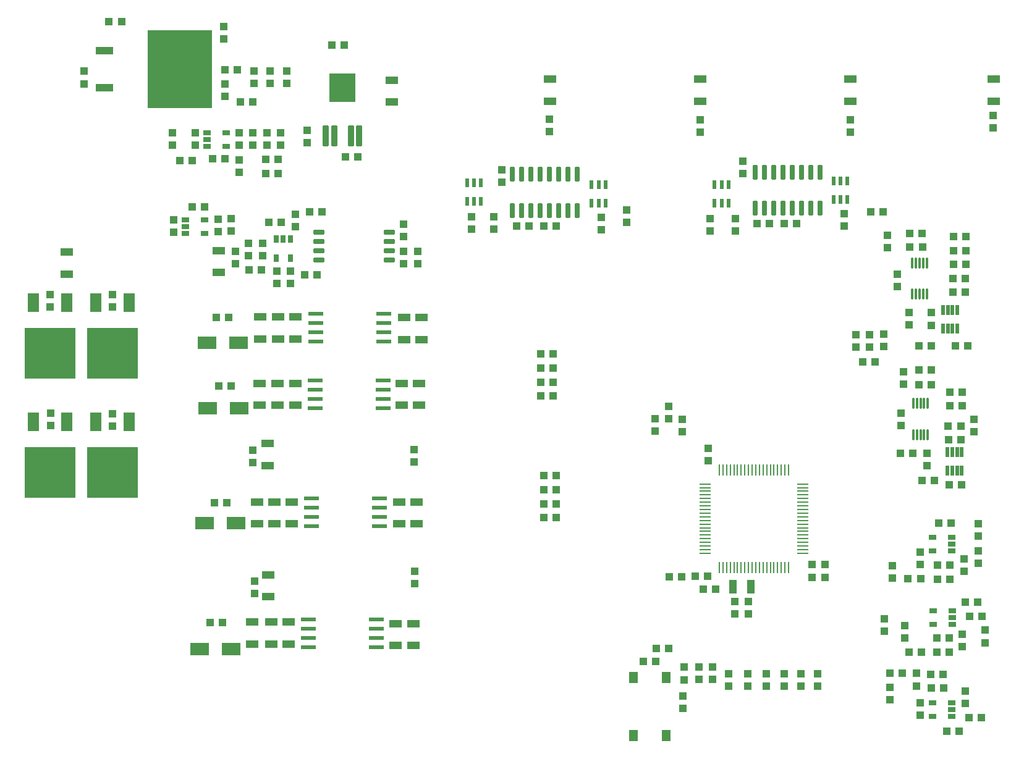
<source format=gtp>
G04*
G04 #@! TF.GenerationSoftware,Altium Limited,Altium Designer,19.1.5 (86)*
G04*
G04 Layer_Color=8421504*
%FSLAX25Y25*%
%MOIN*%
G70*
G01*
G75*
%ADD20R,0.03937X0.04331*%
%ADD21R,0.06890X0.03937*%
%ADD22R,0.04331X0.03937*%
G04:AMPARAMS|DCode=23|XSize=80.71mil|YSize=23.23mil|CornerRadius=2.9mil|HoleSize=0mil|Usage=FLASHONLY|Rotation=180.000|XOffset=0mil|YOffset=0mil|HoleType=Round|Shape=RoundedRectangle|*
%AMROUNDEDRECTD23*
21,1,0.08071,0.01742,0,0,180.0*
21,1,0.07490,0.02323,0,0,180.0*
1,1,0.00581,-0.03745,0.00871*
1,1,0.00581,0.03745,0.00871*
1,1,0.00581,0.03745,-0.00871*
1,1,0.00581,-0.03745,-0.00871*
%
%ADD23ROUNDEDRECTD23*%
%ADD24R,0.01102X0.06142*%
%ADD25R,0.06142X0.01102*%
%ADD26R,0.05118X0.06102*%
%ADD27R,0.10433X0.06890*%
%ADD28R,0.04331X0.02559*%
%ADD29R,0.02559X0.04331*%
%ADD30R,0.27559X0.27559*%
%ADD31R,0.05906X0.09843*%
G04:AMPARAMS|DCode=32|XSize=77.56mil|YSize=23.62mil|CornerRadius=2.95mil|HoleSize=0mil|Usage=FLASHONLY|Rotation=90.000|XOffset=0mil|YOffset=0mil|HoleType=Round|Shape=RoundedRectangle|*
%AMROUNDEDRECTD32*
21,1,0.07756,0.01772,0,0,90.0*
21,1,0.07165,0.02362,0,0,90.0*
1,1,0.00591,0.00886,0.03583*
1,1,0.00591,0.00886,-0.03583*
1,1,0.00591,-0.00886,-0.03583*
1,1,0.00591,-0.00886,0.03583*
%
%ADD32ROUNDEDRECTD32*%
G04:AMPARAMS|DCode=33|XSize=57.87mil|YSize=11.02mil|CornerRadius=1.38mil|HoleSize=0mil|Usage=FLASHONLY|Rotation=90.000|XOffset=0mil|YOffset=0mil|HoleType=Round|Shape=RoundedRectangle|*
%AMROUNDEDRECTD33*
21,1,0.05787,0.00827,0,0,90.0*
21,1,0.05512,0.01102,0,0,90.0*
1,1,0.00276,0.00413,0.02756*
1,1,0.00276,0.00413,-0.02756*
1,1,0.00276,-0.00413,-0.02756*
1,1,0.00276,-0.00413,0.02756*
%
%ADD33ROUNDEDRECTD33*%
%ADD34R,0.02000X0.05200*%
G04:AMPARAMS|DCode=35|XSize=61.02mil|YSize=23.62mil|CornerRadius=2.95mil|HoleSize=0mil|Usage=FLASHONLY|Rotation=0.000|XOffset=0mil|YOffset=0mil|HoleType=Round|Shape=RoundedRectangle|*
%AMROUNDEDRECTD35*
21,1,0.06102,0.01772,0,0,0.0*
21,1,0.05512,0.02362,0,0,0.0*
1,1,0.00591,0.02756,-0.00886*
1,1,0.00591,-0.02756,-0.00886*
1,1,0.00591,-0.02756,0.00886*
1,1,0.00591,0.02756,0.00886*
%
%ADD35ROUNDEDRECTD35*%
%ADD36R,0.04300X0.07500*%
G04:AMPARAMS|DCode=37|XSize=47.64mil|YSize=22.84mil|CornerRadius=2.85mil|HoleSize=0mil|Usage=FLASHONLY|Rotation=270.000|XOffset=0mil|YOffset=0mil|HoleType=Round|Shape=RoundedRectangle|*
%AMROUNDEDRECTD37*
21,1,0.04764,0.01713,0,0,270.0*
21,1,0.04193,0.02284,0,0,270.0*
1,1,0.00571,-0.00856,-0.02097*
1,1,0.00571,-0.00856,0.02097*
1,1,0.00571,0.00856,0.02097*
1,1,0.00571,0.00856,-0.02097*
%
%ADD37ROUNDEDRECTD37*%
G04:AMPARAMS|DCode=38|XSize=111.42mil|YSize=35.43mil|CornerRadius=4.08mil|HoleSize=0mil|Usage=FLASHONLY|Rotation=90.000|XOffset=0mil|YOffset=0mil|HoleType=Round|Shape=RoundedRectangle|*
%AMROUNDEDRECTD38*
21,1,0.11142,0.02728,0,0,90.0*
21,1,0.10327,0.03543,0,0,90.0*
1,1,0.00815,0.01364,0.05163*
1,1,0.00815,0.01364,-0.05163*
1,1,0.00815,-0.01364,-0.05163*
1,1,0.00815,-0.01364,0.05163*
%
%ADD38ROUNDEDRECTD38*%
%ADD39R,0.09449X0.04134*%
%ADD40R,0.35039X0.41929*%
G36*
X326508Y450902D02*
X312492D01*
Y466098D01*
X326508D01*
Y450902D01*
D02*
G37*
D20*
X271260Y256004D02*
D03*
Y262697D02*
D03*
X357972Y256594D02*
D03*
Y263287D02*
D03*
X271949Y185433D02*
D03*
Y192126D02*
D03*
X358366Y190847D02*
D03*
Y197539D02*
D03*
X566732Y135433D02*
D03*
Y142126D02*
D03*
X575886D02*
D03*
Y135433D02*
D03*
X527756Y142224D02*
D03*
Y135531D02*
D03*
X502953Y123425D02*
D03*
Y130118D02*
D03*
X518996Y145965D02*
D03*
Y139272D02*
D03*
X511614Y139075D02*
D03*
Y145768D02*
D03*
X503839Y138976D02*
D03*
Y145669D02*
D03*
X548032Y135531D02*
D03*
Y142224D02*
D03*
X557874Y135531D02*
D03*
Y142224D02*
D03*
X294247Y390268D02*
D03*
Y383575D02*
D03*
X614764Y134744D02*
D03*
Y128051D02*
D03*
X655315Y126181D02*
D03*
Y132874D02*
D03*
X613386Y378839D02*
D03*
Y372146D02*
D03*
X625098Y337303D02*
D03*
Y330610D02*
D03*
X618898Y351181D02*
D03*
Y357874D02*
D03*
X622244Y298425D02*
D03*
Y305118D02*
D03*
X620669Y275984D02*
D03*
Y282677D02*
D03*
X660138Y279626D02*
D03*
Y272933D02*
D03*
X634941Y261024D02*
D03*
Y254331D02*
D03*
X670374Y436811D02*
D03*
Y443504D02*
D03*
X593307Y434449D02*
D03*
Y441142D02*
D03*
X512598Y434449D02*
D03*
Y441142D02*
D03*
X431102Y434842D02*
D03*
Y441535D02*
D03*
X666142Y165650D02*
D03*
Y158957D02*
D03*
X531496Y381004D02*
D03*
Y387697D02*
D03*
X517618D02*
D03*
Y381004D02*
D03*
X590256Y390354D02*
D03*
Y383661D02*
D03*
X538386Y181102D02*
D03*
Y174409D02*
D03*
X531004Y181102D02*
D03*
Y174409D02*
D03*
X535344Y418685D02*
D03*
Y411992D02*
D03*
X472736Y392618D02*
D03*
Y385925D02*
D03*
X389272Y388878D02*
D03*
Y382185D02*
D03*
X459252Y388386D02*
D03*
Y381693D02*
D03*
X400984Y382283D02*
D03*
Y388976D02*
D03*
X405413Y414173D02*
D03*
Y407480D02*
D03*
X291491Y359559D02*
D03*
Y352866D02*
D03*
X611713Y165059D02*
D03*
Y171752D02*
D03*
X622736Y161614D02*
D03*
Y168307D02*
D03*
X662303Y223031D02*
D03*
Y216339D02*
D03*
X653937Y156791D02*
D03*
Y163484D02*
D03*
X616240Y193799D02*
D03*
Y200492D02*
D03*
X662303Y201772D02*
D03*
Y208465D02*
D03*
X631201Y201279D02*
D03*
Y207972D02*
D03*
X654921Y197343D02*
D03*
Y204035D02*
D03*
X629036Y142323D02*
D03*
Y135630D02*
D03*
X631201Y119783D02*
D03*
Y126476D02*
D03*
X637205Y337008D02*
D03*
Y330315D02*
D03*
X538091Y142028D02*
D03*
Y135335D02*
D03*
X162205Y282776D02*
D03*
Y276083D02*
D03*
X352294Y370098D02*
D03*
Y363405D02*
D03*
X352514Y384756D02*
D03*
Y378063D02*
D03*
X284010Y352866D02*
D03*
Y359559D02*
D03*
X359995Y370189D02*
D03*
Y363496D02*
D03*
X261713Y363386D02*
D03*
Y370079D02*
D03*
X268821Y367886D02*
D03*
Y374579D02*
D03*
X276321Y367886D02*
D03*
Y374579D02*
D03*
X603937Y325197D02*
D03*
Y318504D02*
D03*
X596457Y325197D02*
D03*
Y318504D02*
D03*
X611417Y325394D02*
D03*
Y318701D02*
D03*
X300500Y428653D02*
D03*
Y435347D02*
D03*
X516732Y257185D02*
D03*
Y263878D02*
D03*
X495374Y279724D02*
D03*
Y286417D02*
D03*
X502854Y272736D02*
D03*
Y279429D02*
D03*
X487992Y273031D02*
D03*
Y279724D02*
D03*
X256000Y453653D02*
D03*
Y460347D02*
D03*
X289575Y460653D02*
D03*
Y467346D02*
D03*
X280575D02*
D03*
Y460653D02*
D03*
X271681Y467346D02*
D03*
Y460653D02*
D03*
X286189Y427382D02*
D03*
Y434075D02*
D03*
X278689Y434261D02*
D03*
Y427568D02*
D03*
X271189Y434261D02*
D03*
Y427568D02*
D03*
X263689Y419575D02*
D03*
Y412882D02*
D03*
Y434075D02*
D03*
Y427382D02*
D03*
X240158Y434055D02*
D03*
Y427362D02*
D03*
X227854Y434055D02*
D03*
Y427362D02*
D03*
X195571Y346949D02*
D03*
Y340256D02*
D03*
X161713Y346850D02*
D03*
Y340158D02*
D03*
X195374Y275787D02*
D03*
Y282480D02*
D03*
X255512Y484842D02*
D03*
Y491535D02*
D03*
X180217Y460630D02*
D03*
Y467323D02*
D03*
X252494Y387610D02*
D03*
Y380917D02*
D03*
X228543Y387106D02*
D03*
Y380413D02*
D03*
X259547Y387697D02*
D03*
Y381004D02*
D03*
D21*
X279232Y266437D02*
D03*
Y254626D02*
D03*
X279331Y195473D02*
D03*
Y183661D02*
D03*
X273327Y223031D02*
D03*
Y234842D02*
D03*
X274705Y287118D02*
D03*
Y298929D02*
D03*
X284734Y334756D02*
D03*
Y322945D02*
D03*
X293996Y298929D02*
D03*
Y287118D02*
D03*
X281090Y170013D02*
D03*
Y158202D02*
D03*
X357675Y169226D02*
D03*
Y157415D02*
D03*
X348193Y169226D02*
D03*
Y157415D02*
D03*
X360925Y298929D02*
D03*
Y287118D02*
D03*
X292224Y234941D02*
D03*
Y223130D02*
D03*
X284547Y298929D02*
D03*
Y287118D02*
D03*
X350098Y223130D02*
D03*
Y234941D02*
D03*
X294183Y334756D02*
D03*
Y322945D02*
D03*
X352658Y322551D02*
D03*
Y334362D02*
D03*
X290539Y170013D02*
D03*
Y158202D02*
D03*
X362106Y322551D02*
D03*
Y334362D02*
D03*
X351476Y298929D02*
D03*
Y287118D02*
D03*
X282776Y234941D02*
D03*
Y223130D02*
D03*
X359547D02*
D03*
Y234941D02*
D03*
X670669Y451181D02*
D03*
Y462992D02*
D03*
X593307Y451181D02*
D03*
Y462992D02*
D03*
X512598D02*
D03*
Y451181D02*
D03*
X431496Y462992D02*
D03*
Y451181D02*
D03*
X252756Y370472D02*
D03*
Y358661D02*
D03*
X170866Y357874D02*
D03*
Y369685D02*
D03*
X346260Y450787D02*
D03*
Y462598D02*
D03*
X270722Y158268D02*
D03*
Y170079D02*
D03*
X275098Y322945D02*
D03*
Y334756D02*
D03*
D22*
X251476Y334559D02*
D03*
X258169D02*
D03*
X193602Y494095D02*
D03*
X200295D02*
D03*
X495374Y155807D02*
D03*
X488681D02*
D03*
X481693Y148721D02*
D03*
X488386D02*
D03*
X426476Y306988D02*
D03*
X433169D02*
D03*
X657480Y118405D02*
D03*
X664173D02*
D03*
X649016Y378051D02*
D03*
X655709D02*
D03*
X632283Y372441D02*
D03*
X625591D02*
D03*
X632087Y379921D02*
D03*
X625394D02*
D03*
X656890Y319193D02*
D03*
X650197D02*
D03*
X630315Y319094D02*
D03*
X637008D02*
D03*
X638779Y246457D02*
D03*
X632087D02*
D03*
X647146Y294291D02*
D03*
X653839D02*
D03*
X627165Y261221D02*
D03*
X620472D02*
D03*
X637205Y306299D02*
D03*
X630512D02*
D03*
X637205Y298299D02*
D03*
X630512D02*
D03*
X653334Y244296D02*
D03*
X646641D02*
D03*
X657874Y173228D02*
D03*
X664567D02*
D03*
X655315Y180709D02*
D03*
X662008D02*
D03*
X641142Y223622D02*
D03*
X647835D02*
D03*
X434646Y226378D02*
D03*
X427953D02*
D03*
X432972Y292126D02*
D03*
X426279D02*
D03*
X434842Y241634D02*
D03*
X428150D02*
D03*
X434842Y249213D02*
D03*
X428150D02*
D03*
X432972Y299508D02*
D03*
X426279D02*
D03*
X433169Y314665D02*
D03*
X426476D02*
D03*
X434646Y233858D02*
D03*
X427953D02*
D03*
X611221Y391339D02*
D03*
X604528D02*
D03*
X564468Y385138D02*
D03*
X557776D02*
D03*
X543209D02*
D03*
X549902D02*
D03*
X434842Y383957D02*
D03*
X428150D02*
D03*
X420177D02*
D03*
X413484D02*
D03*
X631890Y153937D02*
D03*
X625197D02*
D03*
X640059Y161417D02*
D03*
X646752D02*
D03*
X639961Y153937D02*
D03*
X646654D02*
D03*
X640453Y193307D02*
D03*
X647146D02*
D03*
X640453Y200787D02*
D03*
X647146D02*
D03*
X631299Y193405D02*
D03*
X624606D02*
D03*
X637008Y134547D02*
D03*
X643701D02*
D03*
X636811Y141929D02*
D03*
X643504D02*
D03*
X645374Y111122D02*
D03*
X652067D02*
D03*
X621358Y142323D02*
D03*
X614665D02*
D03*
X653021Y268596D02*
D03*
X646328D02*
D03*
X652953Y275689D02*
D03*
X646260D02*
D03*
X655709Y363090D02*
D03*
X649016D02*
D03*
X655315Y348130D02*
D03*
X648622D02*
D03*
X655512Y355610D02*
D03*
X648819D02*
D03*
X653839Y286811D02*
D03*
X647146D02*
D03*
X655709Y370571D02*
D03*
X649016D02*
D03*
X308605Y391571D02*
D03*
X301912D02*
D03*
X286569Y385740D02*
D03*
X279876D02*
D03*
X299114Y357382D02*
D03*
X305807D02*
D03*
X269247Y360150D02*
D03*
X275939D02*
D03*
X606890Y310630D02*
D03*
X600197D02*
D03*
X327847Y421000D02*
D03*
X321153D02*
D03*
X516535Y194685D02*
D03*
X509842D02*
D03*
X502362Y194587D02*
D03*
X495669D02*
D03*
X520669Y187697D02*
D03*
X513976D02*
D03*
X572933Y194095D02*
D03*
X579626D02*
D03*
X572933Y201083D02*
D03*
X579626D02*
D03*
X264370Y450787D02*
D03*
X271063D02*
D03*
X313650Y481500D02*
D03*
X320342D02*
D03*
X262846Y468000D02*
D03*
X256153D02*
D03*
X284728Y412228D02*
D03*
X278035D02*
D03*
X284728Y419728D02*
D03*
X278035D02*
D03*
X256102Y420079D02*
D03*
X249410D02*
D03*
X238386Y419291D02*
D03*
X231693D02*
D03*
X259350Y297539D02*
D03*
X252658D02*
D03*
X256988Y234449D02*
D03*
X250295D02*
D03*
X254921Y169783D02*
D03*
X248228D02*
D03*
X245276Y393996D02*
D03*
X238583D02*
D03*
D23*
X301018Y156516D02*
D03*
Y161516D02*
D03*
Y166516D02*
D03*
Y171516D02*
D03*
X337671D02*
D03*
Y166516D02*
D03*
Y161516D02*
D03*
Y156516D02*
D03*
X302854Y221673D02*
D03*
Y226673D02*
D03*
Y231673D02*
D03*
Y236673D02*
D03*
X339508D02*
D03*
Y231673D02*
D03*
Y226673D02*
D03*
Y221673D02*
D03*
X341644Y321587D02*
D03*
Y326587D02*
D03*
Y331587D02*
D03*
Y336587D02*
D03*
X304990D02*
D03*
Y331587D02*
D03*
Y326587D02*
D03*
Y321587D02*
D03*
X341457Y285366D02*
D03*
Y290366D02*
D03*
Y295366D02*
D03*
Y300366D02*
D03*
X304803D02*
D03*
Y295366D02*
D03*
Y290366D02*
D03*
Y285366D02*
D03*
D24*
X522736Y252185D02*
D03*
X524705D02*
D03*
X526673D02*
D03*
X528642D02*
D03*
X530610D02*
D03*
X532579D02*
D03*
X534547D02*
D03*
X536516D02*
D03*
X538484D02*
D03*
X540453D02*
D03*
X542421D02*
D03*
X544390D02*
D03*
X546358D02*
D03*
X548327D02*
D03*
X550295D02*
D03*
X552264D02*
D03*
X554232D02*
D03*
X556201D02*
D03*
X558169D02*
D03*
X560138D02*
D03*
Y199587D02*
D03*
X558169D02*
D03*
X556201D02*
D03*
X554232D02*
D03*
X552264D02*
D03*
X550295D02*
D03*
X548327D02*
D03*
X546358D02*
D03*
X544390D02*
D03*
X542421D02*
D03*
X540453D02*
D03*
X538484D02*
D03*
X536516D02*
D03*
X534547D02*
D03*
X532579D02*
D03*
X530610D02*
D03*
X528642D02*
D03*
X526673D02*
D03*
X524705D02*
D03*
X522736D02*
D03*
D25*
X515138Y207185D02*
D03*
Y209154D02*
D03*
Y211122D02*
D03*
Y213090D02*
D03*
Y215059D02*
D03*
Y217028D02*
D03*
Y218996D02*
D03*
Y220965D02*
D03*
Y222933D02*
D03*
Y224902D02*
D03*
Y226870D02*
D03*
Y228839D02*
D03*
Y230807D02*
D03*
Y232776D02*
D03*
Y234744D02*
D03*
Y236713D02*
D03*
Y238681D02*
D03*
Y240650D02*
D03*
Y242618D02*
D03*
Y244587D02*
D03*
X567736D02*
D03*
Y242618D02*
D03*
Y240650D02*
D03*
Y238681D02*
D03*
Y236713D02*
D03*
Y234744D02*
D03*
Y232776D02*
D03*
Y230807D02*
D03*
Y228839D02*
D03*
Y226870D02*
D03*
Y224902D02*
D03*
Y222933D02*
D03*
Y220965D02*
D03*
Y218996D02*
D03*
Y217028D02*
D03*
Y215059D02*
D03*
Y213090D02*
D03*
Y211122D02*
D03*
Y209154D02*
D03*
Y207185D02*
D03*
D26*
X493996Y140256D02*
D03*
Y108957D02*
D03*
X476279Y140256D02*
D03*
Y108957D02*
D03*
D27*
X242520Y155512D02*
D03*
X259449D02*
D03*
X245177Y223327D02*
D03*
X262106D02*
D03*
X246850Y285445D02*
D03*
X263779D02*
D03*
X263386Y320681D02*
D03*
X246457D02*
D03*
D28*
X637795Y208465D02*
D03*
Y215945D02*
D03*
X648032D02*
D03*
Y212205D02*
D03*
Y208465D02*
D03*
X638189Y168701D02*
D03*
Y176181D02*
D03*
X648425D02*
D03*
Y172441D02*
D03*
Y168701D02*
D03*
X637795Y119095D02*
D03*
Y126575D02*
D03*
X648032D02*
D03*
Y122835D02*
D03*
Y119095D02*
D03*
X256689Y434228D02*
D03*
Y426748D02*
D03*
X246453D02*
D03*
Y430488D02*
D03*
Y434228D02*
D03*
X244998Y387252D02*
D03*
Y379772D02*
D03*
X234761D02*
D03*
Y383512D02*
D03*
Y387252D02*
D03*
D29*
X291294Y366449D02*
D03*
X283814D02*
D03*
Y376685D02*
D03*
X287554D02*
D03*
X291294D02*
D03*
D30*
X161713Y315209D02*
D03*
X195374D02*
D03*
X161713Y250937D02*
D03*
X195374Y250886D02*
D03*
D31*
X152657Y342374D02*
D03*
X170768D02*
D03*
X186319D02*
D03*
X204429D02*
D03*
X152657Y278102D02*
D03*
X170768D02*
D03*
X186319Y278051D02*
D03*
X204429D02*
D03*
D32*
X541949Y393406D02*
D03*
X546949D02*
D03*
X551949D02*
D03*
X556949D02*
D03*
X561949D02*
D03*
X566949D02*
D03*
X571949D02*
D03*
X576949D02*
D03*
Y412894D02*
D03*
X571949D02*
D03*
X566949D02*
D03*
X561949D02*
D03*
X556949D02*
D03*
X551949D02*
D03*
X546949D02*
D03*
X541949D02*
D03*
X411260Y392189D02*
D03*
X416260D02*
D03*
X421260D02*
D03*
X426260D02*
D03*
X431260D02*
D03*
X436260D02*
D03*
X441260D02*
D03*
X446260D02*
D03*
Y411677D02*
D03*
X441260D02*
D03*
X436260D02*
D03*
X431260D02*
D03*
X426260D02*
D03*
X421260D02*
D03*
X416260D02*
D03*
X411260D02*
D03*
D33*
X626772Y347047D02*
D03*
X628740D02*
D03*
X630709D02*
D03*
X632677D02*
D03*
X634646D02*
D03*
Y363976D02*
D03*
X632677D02*
D03*
X630709D02*
D03*
X628740D02*
D03*
X626772D02*
D03*
X627362Y271161D02*
D03*
X629331D02*
D03*
X631299D02*
D03*
X633268D02*
D03*
X635236D02*
D03*
Y288090D02*
D03*
X633268D02*
D03*
X631299D02*
D03*
X629331D02*
D03*
X627362D02*
D03*
D34*
X653487Y251896D02*
D03*
X650987D02*
D03*
X648387D02*
D03*
X645887D02*
D03*
Y261896D02*
D03*
X648387D02*
D03*
X650987D02*
D03*
X653487D02*
D03*
X651044Y328465D02*
D03*
X648544D02*
D03*
X645944D02*
D03*
X643444D02*
D03*
Y338465D02*
D03*
X645944D02*
D03*
X648544D02*
D03*
X651044D02*
D03*
D35*
X344798Y380642D02*
D03*
Y375642D02*
D03*
Y370642D02*
D03*
Y365642D02*
D03*
X306687D02*
D03*
Y370642D02*
D03*
Y375642D02*
D03*
Y380642D02*
D03*
D36*
X539680Y189014D02*
D03*
X530080D02*
D03*
D37*
X520276Y396142D02*
D03*
X524016D02*
D03*
X527756D02*
D03*
X520276Y406024D02*
D03*
X524016D02*
D03*
X527756D02*
D03*
X584449Y398307D02*
D03*
X588189D02*
D03*
X591929D02*
D03*
X584449Y408189D02*
D03*
X588189D02*
D03*
X591929D02*
D03*
X453937Y396240D02*
D03*
X457677D02*
D03*
X461417D02*
D03*
X453937Y406122D02*
D03*
X457677D02*
D03*
X461417D02*
D03*
X386614Y397126D02*
D03*
X390354D02*
D03*
X394094D02*
D03*
X386614Y407008D02*
D03*
X390354D02*
D03*
X394094D02*
D03*
D38*
X310524Y432319D02*
D03*
X315012D02*
D03*
X323988D02*
D03*
X328476D02*
D03*
D39*
X191000Y478500D02*
D03*
Y458500D02*
D03*
D40*
X231748Y468500D02*
D03*
M02*

</source>
